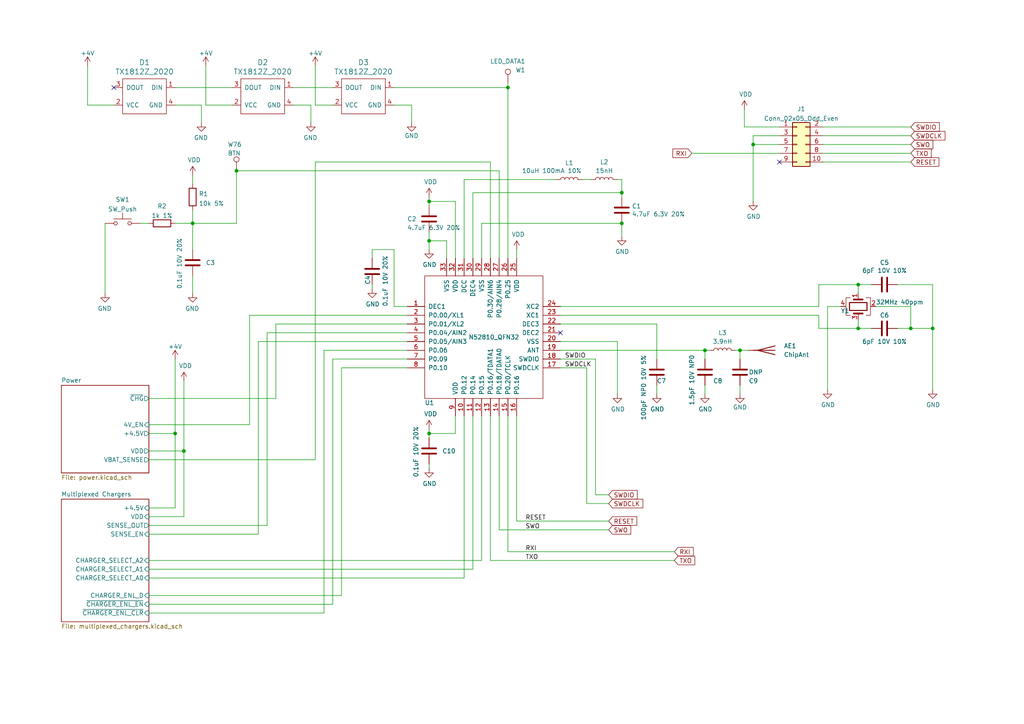
<source format=kicad_sch>
(kicad_sch (version 20211123) (generator eeschema)
  (paper "A4")
  (lib_symbols
    (symbol "Connector_Generic:Conn_02x05_Odd_Even" (pin_names (offset 1.016) hide)
      (property "Reference" "J" (at 1.27 7.62 0))
      (property "Value" "Conn_02x05_Odd_Even" (at 1.27 -7.62 0))
      (symbol "Conn_02x05_Odd_Even_1_1"
        (rectangle (start -1.27 -4.953) (end 0 -5.207) (stroke (width 0.1524)))
        (rectangle (start -1.27 -2.413) (end 0 -2.667) (stroke (width 0.1524)))
        (rectangle (start -1.27 0.127) (end 0 -0.127) (stroke (width 0.1524)))
        (rectangle (start -1.27 2.667) (end 0 2.413) (stroke (width 0.1524)))
        (rectangle (start -1.27 5.207) (end 0 4.953) (stroke (width 0.1524)))
        (rectangle (start -1.27 6.35) (end 3.81 -6.35) (stroke (width 0.254)) (fill (type background)))
        (rectangle (start 3.81 -4.953) (end 2.54 -5.207) (stroke (width 0.1524)))
        (rectangle (start 3.81 -2.413) (end 2.54 -2.667) (stroke (width 0.1524)))
        (rectangle (start 3.81 0.127) (end 2.54 -0.127) (stroke (width 0.1524)))
        (rectangle (start 3.81 2.667) (end 2.54 2.413) (stroke (width 0.1524)))
        (rectangle (start 3.81 5.207) (end 2.54 4.953) (stroke (width 0.1524)))
        (pin passive line (at -5.08 5.08 0) (length 3.81) (name "Pin_1") (number "1"))
        (pin passive line (at 7.62 -5.08 180) (length 3.81) (name "Pin_10") (number "10"))
        (pin passive line (at 7.62 5.08 180) (length 3.81) (name "Pin_2") (number "2"))
        (pin passive line (at -5.08 2.54 0) (length 3.81) (name "Pin_3") (number "3"))
        (pin passive line (at 7.62 2.54 180) (length 3.81) (name "Pin_4") (number "4"))
        (pin passive line (at -5.08 0 0) (length 3.81) (name "Pin_5") (number "5"))
        (pin passive line (at 7.62 0 180) (length 3.81) (name "Pin_6") (number "6"))
        (pin passive line (at -5.08 -2.54 0) (length 3.81) (name "Pin_7") (number "7"))
        (pin passive line (at 7.62 -2.54 180) (length 3.81) (name "Pin_8") (number "8"))
        (pin passive line (at -5.08 -5.08 0) (length 3.81) (name "Pin_9") (number "9"))
      )
    )
    (symbol "Device:Antenna" (pin_numbers hide) (pin_names (offset 1.016) hide)
      (property "Reference" "AE" (at -1.905 1.905 0))
      (property "Value" "Antenna" (at -1.905 0 0))
      (symbol "Antenna_0_1"
        (polyline (pts (xy 0 2.54) (xy 0 -3.81)) (stroke (width 0.254)))
        (polyline (pts (xy 1.27 2.54) (xy 0 -2.54) (xy -1.27 2.54)) (stroke (width 0.254)))
      )
      (symbol "Antenna_1_1"
        (pin input line (at 0 -5.08 90) (length 2.54) (name "A") (number "1"))
      )
    )
    (symbol "Device:C" (pin_numbers hide) (pin_names (offset 0.254))
      (property "Reference" "C" (at 0.635 2.54 0))
      (property "Value" "C" (at 0.635 -2.54 0))
      (symbol "C_0_1"
        (polyline (pts (xy -2.032 -0.762) (xy 2.032 -0.762)) (stroke (width 0.508)))
        (polyline (pts (xy -2.032 0.762) (xy 2.032 0.762)) (stroke (width 0.508)))
      )
      (symbol "C_1_1"
        (pin passive line (at 0 3.81 270) (length 2.794) (name "~") (number "1"))
        (pin passive line (at 0 -3.81 90) (length 2.794) (name "~") (number "2"))
      )
    )
    (symbol "Device:Crystal_GND24" (pin_names (offset 1.016) hide)
      (property "Reference" "Y" (at 3.175 5.08 0))
      (property "Value" "Crystal_GND24" (at 3.175 3.175 0))
      (symbol "Crystal_GND24_0_1"
        (rectangle (start -1.143 2.54) (end 1.143 -2.54) (stroke (width 0.3048)))
        (polyline (pts (xy -2.54 0) (xy -2.032 0)))
        (polyline (pts (xy -2.032 -1.27) (xy -2.032 1.27)) (stroke (width 0.508)))
        (polyline (pts (xy 0 -3.81) (xy 0 -3.556)))
        (polyline (pts (xy 0 3.556) (xy 0 3.81)))
        (polyline (pts (xy 2.032 -1.27) (xy 2.032 1.27)) (stroke (width 0.508)))
        (polyline (pts (xy 2.032 0) (xy 2.54 0)))
        (polyline (pts (xy -2.54 -2.286) (xy -2.54 -3.556) (xy 2.54 -3.556) (xy 2.54 -2.286)))
        (polyline (pts (xy -2.54 2.286) (xy -2.54 3.556) (xy 2.54 3.556) (xy 2.54 2.286)))
      )
      (symbol "Crystal_GND24_1_1"
        (pin passive line (at -3.81 0 0) (length 1.27) (name "1") (number "1"))
        (pin passive line (at 0 5.08 270) (length 1.27) (name "2") (number "2"))
        (pin passive line (at 3.81 0 180) (length 1.27) (name "3") (number "3"))
        (pin passive line (at 0 -5.08 90) (length 1.27) (name "4") (number "4"))
      )
    )
    (symbol "Device:L" (pin_numbers hide) (pin_names (offset 1.016) hide)
      (property "Reference" "L" (at -1.27 0 90))
      (property "Value" "L" (at 1.905 0 90))
      (symbol "L_0_1"
        (arc (start 0 -2.54) (mid 0.635 -1.905) (end 0 -1.27))
        (arc (start 0 -1.27) (mid 0.635 -0.635) (end 0 0))
        (arc (start 0 0) (mid 0.635 0.635) (end 0 1.27))
        (arc (start 0 1.27) (mid 0.635 1.905) (end 0 2.54))
      )
      (symbol "L_1_1"
        (pin passive line (at 0 3.81 270) (length 1.27) (name "1") (number "1"))
        (pin passive line (at 0 -3.81 90) (length 1.27) (name "2") (number "2"))
      )
    )
    (symbol "Device:R" (pin_numbers hide) (pin_names (offset 0))
      (property "Reference" "R" (at 2.032 0 90))
      (property "Value" "R" (at 0 0 90))
      (symbol "R_0_1"
        (rectangle (start -1.016 -2.54) (end 1.016 2.54) (stroke (width 0.254)))
      )
      (symbol "R_1_1"
        (pin passive line (at 0 3.81 270) (length 1.27) (name "~") (number "1"))
        (pin passive line (at 0 -3.81 90) (length 1.27) (name "~") (number "2"))
      )
    )
    (symbol "Pixels-dice:N52810_QFN32" (pin_names (offset 1.016))
      (property "Reference" "U" (at 13.97 -19.05 0))
      (property "Value" "N52810_QFN32" (at 2.54 0 0))
      (symbol "N52810_QFN32_0_1"
        (rectangle (start -17.78 17.78) (end 16.51 -17.78))
      )
      (symbol "N52810_QFN32_1_1"
        (pin power_out line (at -22.86 8.89 0) (length 5.08) (name "DEC1") (number "1"))
        (pin bidirectional line (at -6.35 -22.86 90) (length 5.08) (name "P0.12") (number "10"))
        (pin bidirectional line (at -3.81 -22.86 90) (length 5.08) (name "P0.14") (number "11"))
        (pin bidirectional line (at -1.27 -22.86 90) (length 5.08) (name "P0.15") (number "12"))
        (pin bidirectional line (at 1.27 -22.86 90) (length 5.08) (name "P0.16/TDATA1") (number "13"))
        (pin bidirectional line (at 3.81 -22.86 90) (length 5.08) (name "P0.18/TDATA0") (number "14"))
        (pin bidirectional line (at 6.35 -22.86 90) (length 5.08) (name "P0.20/TCLK") (number "15"))
        (pin bidirectional line (at 8.89 -22.86 90) (length 5.08) (name "P0.16") (number "16"))
        (pin bidirectional line (at 21.59 -8.89 180) (length 5.08) (name "SWDCLK") (number "17"))
        (pin bidirectional line (at 21.59 -6.35 180) (length 5.08) (name "SWDIO") (number "18"))
        (pin output line (at 21.59 -3.81 180) (length 5.08) (name "ANT") (number "19"))
        (pin bidirectional line (at -22.86 6.35 0) (length 5.08) (name "P0.00/XL1") (number "2"))
        (pin output line (at 21.59 -1.27 180) (length 5.08) (name "VSS") (number "20"))
        (pin output line (at 21.59 1.27 180) (length 5.08) (name "DEC2") (number "21"))
        (pin output line (at 21.59 3.81 180) (length 5.08) (name "DEC3") (number "22"))
        (pin output line (at 21.59 6.35 180) (length 5.08) (name "XC1") (number "23"))
        (pin input line (at 21.59 8.89 180) (length 5.08) (name "XC2") (number "24"))
        (pin power_in line (at 8.89 22.86 270) (length 5.08) (name "VDD") (number "25"))
        (pin bidirectional line (at 6.35 22.86 270) (length 5.08) (name "P0.25") (number "26"))
        (pin bidirectional line (at 3.81 22.86 270) (length 5.08) (name "P0.28/AIN4") (number "27"))
        (pin bidirectional line (at 1.27 22.86 270) (length 5.08) (name "P0.30/AIN6") (number "28"))
        (pin power_in line (at -1.27 22.86 270) (length 5.08) (name "VSS") (number "29"))
        (pin bidirectional line (at -22.86 3.81 0) (length 5.08) (name "P0.01/XL2") (number "3"))
        (pin output line (at -3.81 22.86 270) (length 5.08) (name "DEC4") (number "30"))
        (pin output line (at -6.35 22.86 270) (length 5.08) (name "DCC") (number "31"))
        (pin power_in line (at -8.89 22.86 270) (length 5.08) (name "VDD") (number "32"))
        (pin power_in line (at -11.43 22.86 270) (length 5.08) (name "VSS") (number "33"))
        (pin bidirectional line (at -22.86 1.27 0) (length 5.08) (name "P0.04/AIN2") (number "4"))
        (pin bidirectional line (at -22.86 -1.27 0) (length 5.08) (name "P0.05/AIN3") (number "5"))
        (pin bidirectional line (at -22.86 -3.81 0) (length 5.08) (name "P0.06") (number "6"))
        (pin bidirectional line (at -22.86 -6.35 0) (length 5.08) (name "P0.09") (number "7"))
        (pin bidirectional line (at -22.86 -8.89 0) (length 5.08) (name "P0.10") (number "8"))
        (pin power_in line (at -8.89 -22.86 90) (length 5.08) (name "VDD") (number "9"))
      )
    )
    (symbol "Pixels-dice:TEST_1P-conn" (pin_numbers hide) (pin_names (offset 0.762) hide)
      (property "Reference" "W" (at 0 6.858 0))
      (property "Value" "TEST_1P-conn" (at 0 5.08 0))
      (symbol "TEST_1P-conn_0_1"
        (circle (center 0 3.302) (radius 0.762))
      )
      (symbol "TEST_1P-conn_1_1"
        (pin passive line (at 0 0 90) (length 2.54) (name "1") (number "1"))
      )
    )
    (symbol "Pixels-dice:TX1812Z_2020" (pin_names (offset 1.016))
      (property "Reference" "D" (at 0 -6.35 0))
      (property "Value" "TX1812Z_2020" (at 0 6.35 0))
      (symbol "TX1812Z_2020_0_1"
        (rectangle (start -6.35 5.08) (end 6.35 -5.08))
      )
      (symbol "TX1812Z_2020_1_1"
        (pin input line (at -8.89 2.54 0) (length 2.54) (name "DIN") (number "1"))
        (pin power_in line (at 8.89 -2.54 180) (length 2.54) (name "VCC") (number "2"))
        (pin output line (at 8.89 2.54 180) (length 2.54) (name "DOUT") (number "3"))
        (pin power_in line (at -8.89 -2.54 0) (length 2.54) (name "GND") (number "4"))
      )
    )
    (symbol "Switch:SW_Push" (pin_numbers hide) (pin_names (offset 1.016) hide)
      (property "Reference" "SW" (at 1.27 2.54 0))
      (property "Value" "SW_Push" (at 0 -1.524 0))
      (symbol "SW_Push_0_1"
        (circle (center -2.032 0) (radius 0.508))
        (polyline (pts (xy 0 1.27) (xy 0 3.048)))
        (polyline (pts (xy 2.54 1.27) (xy -2.54 1.27)))
        (circle (center 2.032 0) (radius 0.508))
        (pin passive line (at -5.08 0 0) (length 2.54) (name "1") (number "1"))
        (pin passive line (at 5.08 0 180) (length 2.54) (name "2") (number "2"))
      )
    )
    (symbol "power:+4V" (power) (pin_names (offset 0))
      (property "Value" "+4V" (at 0 3.556 0))
      (symbol "+4V_0_1"
        (polyline (pts (xy -0.762 1.27) (xy 0 2.54)))
        (polyline (pts (xy 0 0) (xy 0 2.54)))
        (polyline (pts (xy 0 2.54) (xy 0.762 1.27)))
      )
      (symbol "+4V_1_1"
        (pin power_in line (at 0 0 90) (length 0) hide (name "+4V") (number "1"))
      )
    )
    (symbol "power:GND" (power) (pin_names (offset 0))
      (property "Value" "GND" (at 0 -3.81 0))
      (symbol "GND_0_1"
        (polyline (pts (xy 0 0) (xy 0 -1.27) (xy 1.27 -1.27) (xy 0 -2.54) (xy -1.27 -1.27) (xy 0 -1.27)))
      )
      (symbol "GND_1_1"
        (pin power_in line (at 0 0 270) (length 0) hide (name "GND") (number "1"))
      )
    )
    (symbol "power:VDD" (power) (pin_names (offset 0))
      (property "Value" "VDD" (at 0 3.81 0))
      (symbol "VDD_0_1"
        (polyline (pts (xy -0.762 1.27) (xy 0 2.54)))
        (polyline (pts (xy 0 0) (xy 0 2.54)))
        (polyline (pts (xy 0 2.54) (xy 0.762 1.27)))
      )
      (symbol "VDD_1_1"
        (pin power_in line (at 0 0 90) (length 0) hide (name "VDD") (number "1"))
      )
    )
  )
  (junction (at 53.34 130.81))
  (junction (at 68.58 49.53))
  (junction (at 124.46 125.73))
  (junction (at 248.92 95.25))
  (junction (at 248.92 82.55))
  (junction (at 55.88 64.77))
  (junction (at 214.63 101.6))
  (junction (at 124.46 69.85))
  (junction (at 147.32 25.4))
  (junction (at 270.51 95.25))
  (junction (at 264.16 95.25))
  (junction (at 180.34 64.77))
  (junction (at 124.46 58.42))
  (junction (at 218.44 41.91))
  (junction (at 50.8 125.73))
  (junction (at 204.47 101.6))
  (junction (at 180.34 55.88))
  (no_connect (at 162.56 96.52))
  (no_connect (at 226.06 46.99))
  (no_connect (at 33.02 25.4))
  (wire (pts (xy 74.93 99.06) (xy 118.11 99.06)))
  (wire (pts (xy 55.88 50.8) (xy 55.88 53.34)))
  (wire (pts (xy 180.34 64.77) (xy 180.34 68.58)))
  (wire (pts (xy 162.56 101.6) (xy 204.47 101.6)))
  (wire (pts (xy 67.31 30.48) (xy 59.69 30.48)))
  (wire (pts (xy 43.18 154.94) (xy 74.93 154.94)))
  (wire (pts (xy 180.34 52.07) (xy 180.34 55.88)))
  (wire (pts (xy 114.3 25.4) (xy 147.32 25.4)))
  (wire (pts (xy 58.42 30.48) (xy 58.42 35.56)))
  (wire (pts (xy 147.32 120.65) (xy 147.32 160.02)))
  (wire (pts (xy 226.06 44.45) (xy 200.66 44.45)))
  (wire (pts (xy 43.18 123.19) (xy 72.39 123.19)))
  (wire (pts (xy 248.92 95.25) (xy 252.73 95.25)))
  (wire (pts (xy 170.18 106.68) (xy 170.18 146.05)))
  (wire (pts (xy 96.52 104.14) (xy 118.11 104.14)))
  (wire (pts (xy 162.56 88.9) (xy 237.49 88.9)))
  (wire (pts (xy 68.58 64.77) (xy 68.58 49.53)))
  (wire (pts (xy 264.16 88.9) (xy 264.16 95.25)))
  (wire (pts (xy 99.06 172.72) (xy 99.06 106.68)))
  (wire (pts (xy 134.62 52.07) (xy 161.29 52.07)))
  (wire (pts (xy 72.39 123.19) (xy 72.39 91.44)))
  (wire (pts (xy 162.56 99.06) (xy 179.07 99.06)))
  (wire (pts (xy 91.44 46.99) (xy 142.24 46.99)))
  (wire (pts (xy 67.31 25.4) (xy 50.8 25.4)))
  (wire (pts (xy 55.88 64.77) (xy 68.58 64.77)))
  (wire (pts (xy 238.76 44.45) (xy 264.16 44.45)))
  (wire (pts (xy 172.72 143.51) (xy 176.53 143.51)))
  (wire (pts (xy 139.7 64.77) (xy 180.34 64.77)))
  (wire (pts (xy 53.34 110.49) (xy 53.34 130.81)))
  (wire (pts (xy 147.32 24.13) (xy 147.32 25.4)))
  (wire (pts (xy 179.07 52.07) (xy 180.34 52.07)))
  (wire (pts (xy 134.62 120.65) (xy 134.62 167.64)))
  (wire (pts (xy 53.34 130.81) (xy 43.18 130.81)))
  (wire (pts (xy 142.24 120.65) (xy 142.24 162.56)))
  (wire (pts (xy 43.18 162.56) (xy 139.7 162.56)))
  (wire (pts (xy 162.56 106.68) (xy 170.18 106.68)))
  (wire (pts (xy 139.7 64.77) (xy 139.7 74.93)))
  (wire (pts (xy 213.36 101.6) (xy 214.63 101.6)))
  (wire (pts (xy 137.16 120.65) (xy 137.16 165.1)))
  (wire (pts (xy 237.49 82.55) (xy 248.92 82.55)))
  (wire (pts (xy 50.8 147.32) (xy 50.8 125.73)))
  (wire (pts (xy 237.49 88.9) (xy 237.49 82.55)))
  (wire (pts (xy 59.69 19.05) (xy 59.69 30.48)))
  (wire (pts (xy 137.16 55.88) (xy 137.16 74.93)))
  (wire (pts (xy 190.5 111.76) (xy 190.5 114.3)))
  (wire (pts (xy 190.5 93.98) (xy 162.56 93.98)))
  (wire (pts (xy 68.58 49.53) (xy 144.78 49.53)))
  (wire (pts (xy 93.98 101.6) (xy 118.11 101.6)))
  (wire (pts (xy 43.18 152.4) (xy 77.47 152.4)))
  (wire (pts (xy 218.44 39.37) (xy 218.44 41.91)))
  (wire (pts (xy 91.44 133.35) (xy 91.44 46.99)))
  (wire (pts (xy 55.88 60.96) (xy 55.88 64.77)))
  (wire (pts (xy 218.44 41.91) (xy 218.44 58.42)))
  (wire (pts (xy 53.34 130.81) (xy 53.34 149.86)))
  (wire (pts (xy 124.46 67.31) (xy 124.46 69.85)))
  (wire (pts (xy 180.34 55.88) (xy 137.16 55.88)))
  (wire (pts (xy 132.08 120.65) (xy 132.08 125.73)))
  (wire (pts (xy 144.78 120.65) (xy 144.78 153.67)))
  (wire (pts (xy 168.91 52.07) (xy 171.45 52.07)))
  (wire (pts (xy 74.93 154.94) (xy 74.93 99.06)))
  (wire (pts (xy 134.62 74.93) (xy 134.62 52.07)))
  (wire (pts (xy 254 88.9) (xy 264.16 88.9)))
  (wire (pts (xy 107.95 82.55) (xy 107.95 83.82)))
  (wire (pts (xy 50.8 125.73) (xy 43.18 125.73)))
  (wire (pts (xy 114.3 72.39) (xy 107.95 72.39)))
  (wire (pts (xy 204.47 111.76) (xy 204.47 114.3)))
  (wire (pts (xy 124.46 125.73) (xy 124.46 127)))
  (wire (pts (xy 93.98 101.6) (xy 93.98 177.8)))
  (wire (pts (xy 80.01 93.98) (xy 80.01 115.57)))
  (wire (pts (xy 204.47 104.14) (xy 204.47 101.6)))
  (wire (pts (xy 260.35 82.55) (xy 270.51 82.55)))
  (wire (pts (xy 149.86 120.65) (xy 149.86 151.13)))
  (wire (pts (xy 238.76 46.99) (xy 264.16 46.99)))
  (wire (pts (xy 237.49 95.25) (xy 248.92 95.25)))
  (wire (pts (xy 124.46 69.85) (xy 124.46 72.39)))
  (wire (pts (xy 147.32 160.02) (xy 195.58 160.02)))
  (wire (pts (xy 162.56 104.14) (xy 172.72 104.14)))
  (wire (pts (xy 226.06 36.83) (xy 215.9 36.83)))
  (wire (pts (xy 58.42 30.48) (xy 50.8 30.48)))
  (wire (pts (xy 142.24 162.56) (xy 195.58 162.56)))
  (wire (pts (xy 214.63 101.6) (xy 217.17 101.6)))
  (wire (pts (xy 214.63 111.76) (xy 214.63 114.3)))
  (wire (pts (xy 72.39 91.44) (xy 118.11 91.44)))
  (wire (pts (xy 264.16 95.25) (xy 270.51 95.25)))
  (wire (pts (xy 144.78 49.53) (xy 144.78 74.93)))
  (wire (pts (xy 77.47 152.4) (xy 77.47 96.52)))
  (wire (pts (xy 124.46 58.42) (xy 124.46 59.69)))
  (wire (pts (xy 43.18 175.26) (xy 96.52 175.26)))
  (wire (pts (xy 118.11 88.9) (xy 114.3 88.9)))
  (wire (pts (xy 124.46 134.62) (xy 124.46 135.89)))
  (wire (pts (xy 226.06 39.37) (xy 218.44 39.37)))
  (wire (pts (xy 260.35 95.25) (xy 264.16 95.25)))
  (wire (pts (xy 139.7 120.65) (xy 139.7 162.56)))
  (wire (pts (xy 107.95 72.39) (xy 107.95 74.93)))
  (wire (pts (xy 147.32 25.4) (xy 147.32 74.93)))
  (wire (pts (xy 149.86 72.39) (xy 149.86 74.93)))
  (wire (pts (xy 91.44 19.05) (xy 91.44 30.48)))
  (wire (pts (xy 124.46 58.42) (xy 124.46 57.15)))
  (wire (pts (xy 43.18 167.64) (xy 134.62 167.64)))
  (wire (pts (xy 243.84 88.9) (xy 240.03 88.9)))
  (wire (pts (xy 50.8 104.14) (xy 50.8 125.73)))
  (wire (pts (xy 218.44 41.91) (xy 226.06 41.91)))
  (wire (pts (xy 176.53 151.13) (xy 149.86 151.13)))
  (wire (pts (xy 55.88 64.77) (xy 55.88 72.39)))
  (wire (pts (xy 240.03 88.9) (xy 240.03 113.03)))
  (wire (pts (xy 43.18 147.32) (xy 50.8 147.32)))
  (wire (pts (xy 162.56 91.44) (xy 237.49 91.44)))
  (wire (pts (xy 96.52 25.4) (xy 85.09 25.4)))
  (wire (pts (xy 33.02 30.48) (xy 25.4 30.48)))
  (wire (pts (xy 55.88 80.01) (xy 55.88 85.09)))
  (wire (pts (xy 80.01 93.98) (xy 118.11 93.98)))
  (wire (pts (xy 43.18 172.72) (xy 99.06 172.72)))
  (wire (pts (xy 248.92 85.09) (xy 248.92 82.55)))
  (wire (pts (xy 270.51 82.55) (xy 270.51 95.25)))
  (wire (pts (xy 176.53 153.67) (xy 144.78 153.67)))
  (wire (pts (xy 124.46 125.73) (xy 124.46 124.46)))
  (wire (pts (xy 270.51 95.25) (xy 270.51 113.03)))
  (wire (pts (xy 190.5 93.98) (xy 190.5 104.14)))
  (wire (pts (xy 50.8 64.77) (xy 55.88 64.77)))
  (wire (pts (xy 215.9 36.83) (xy 215.9 31.75)))
  (wire (pts (xy 96.52 104.14) (xy 96.52 175.26)))
  (wire (pts (xy 132.08 74.93) (xy 132.08 58.42)))
  (wire (pts (xy 30.48 64.77) (xy 30.48 85.09)))
  (wire (pts (xy 129.54 69.85) (xy 124.46 69.85)))
  (wire (pts (xy 119.38 30.48) (xy 114.3 30.48)))
  (wire (pts (xy 142.24 46.99) (xy 142.24 74.93)))
  (wire (pts (xy 96.52 30.48) (xy 91.44 30.48)))
  (wire (pts (xy 90.17 30.48) (xy 85.09 30.48)))
  (wire (pts (xy 99.06 106.68) (xy 118.11 106.68)))
  (wire (pts (xy 25.4 19.05) (xy 25.4 30.48)))
  (wire (pts (xy 119.38 30.48) (xy 119.38 35.56)))
  (wire (pts (xy 43.18 115.57) (xy 80.01 115.57)))
  (wire (pts (xy 248.92 82.55) (xy 252.73 82.55)))
  (wire (pts (xy 238.76 41.91) (xy 264.16 41.91)))
  (wire (pts (xy 204.47 101.6) (xy 205.74 101.6)))
  (wire (pts (xy 132.08 58.42) (xy 124.46 58.42)))
  (wire (pts (xy 180.34 55.88) (xy 180.34 57.15)))
  (wire (pts (xy 114.3 88.9) (xy 114.3 72.39)))
  (wire (pts (xy 170.18 146.05) (xy 176.53 146.05)))
  (wire (pts (xy 53.34 149.86) (xy 43.18 149.86)))
  (wire (pts (xy 40.64 64.77) (xy 43.18 64.77)))
  (wire (pts (xy 77.47 96.52) (xy 118.11 96.52)))
  (wire (pts (xy 172.72 104.14) (xy 172.72 143.51)))
  (wire (pts (xy 214.63 101.6) (xy 214.63 104.14)))
  (wire (pts (xy 237.49 91.44) (xy 237.49 95.25)))
  (wire (pts (xy 238.76 39.37) (xy 264.16 39.37)))
  (wire (pts (xy 238.76 36.83) (xy 264.16 36.83)))
  (wire (pts (xy 179.07 114.3) (xy 179.07 99.06)))
  (wire (pts (xy 248.92 92.71) (xy 248.92 95.25)))
  (wire (pts (xy 93.98 177.8) (xy 43.18 177.8)))
  (wire (pts (xy 132.08 125.73) (xy 124.46 125.73)))
  (wire (pts (xy 129.54 74.93) (xy 129.54 69.85)))
  (wire (pts (xy 43.18 165.1) (xy 137.16 165.1)))
  (wire (pts (xy 90.17 35.56) (xy 90.17 30.48)))
  (wire (pts (xy 43.18 133.35) (xy 91.44 133.35)))
  (label "TXO" (at 152.4 162.56 0))
  (label "RESET" (at 152.4 151.13 0))
  (label "SWO" (at 152.4 153.67 0))
  (label "SWDCLK" (at 163.83 106.68 0))
  (label "SWDIO" (at 163.83 104.14 0))
  (label "RXI" (at 152.4 160.02 0))
  (global_label "RESET" (shape input) (at 264.16 46.99 0) (property "Intersheet References" "${INTERSHEET_REFS}" (effects hide)))
  (global_label "SWDCLK" (shape input) (at 264.16 39.37 0) (property "Intersheet References" "${INTERSHEET_REFS}" (effects hide)))
  (global_label "TXO" (shape input) (at 264.16 44.45 0) (property "Intersheet References" "${INTERSHEET_REFS}" (effects hide)))
  (global_label "SWO" (shape input) (at 176.53 153.67 0) (property "Intersheet References" "${INTERSHEET_REFS}" (effects hide)))
  (global_label "SWDIO" (shape input) (at 176.53 143.51 0) (property "Intersheet References" "${INTERSHEET_REFS}" (effects hide)))
  (global_label "TXO" (shape input) (at 195.58 162.56 0) (property "Intersheet References" "${INTERSHEET_REFS}" (effects hide)))
  (global_label "RXI" (shape input) (at 195.58 160.02 0) (property "Intersheet References" "${INTERSHEET_REFS}" (effects hide)))
  (global_label "RXI" (shape input) (at 200.66 44.45 180) (property "Intersheet References" "${INTERSHEET_REFS}" (effects hide)))
  (global_label "RESET" (shape input) (at 176.53 151.13 0) (property "Intersheet References" "${INTERSHEET_REFS}" (effects hide)))
  (global_label "SWDIO" (shape input) (at 264.16 36.83 0) (property "Intersheet References" "${INTERSHEET_REFS}" (effects hide)))
  (global_label "SWO" (shape input) (at 264.16 41.91 0) (property "Intersheet References" "${INTERSHEET_REFS}" (effects hide)))
  (global_label "SWDCLK" (shape input) (at 176.53 146.05 0) (property "Intersheet References" "${INTERSHEET_REFS}" (effects hide)))
  (symbol (lib_id "power:VDD") (at 215.9 31.75 0) (unit 1)
    (property "Reference" "#PWR04" (effects hide))
    (property "Value" "VDD" (at 216.281 27.3558 0))
  )
  (symbol (lib_id "power:GND") (at 30.48 85.09 0) (mirror y) (unit 1)
    (property "Reference" "#PWR015" (effects hide))
    (property "Value" "GND" (at 30.353 89.4842 0))
  )
  (symbol (lib_id "Device:C") (at 214.63 107.95 0) (unit 1)
    (property "Reference" "C9" (at 217.17 110.49 0) (effects (justify left)))
    (property "Value" "DNP" (at 217.17 107.95 0) (effects (justify left)))
    (property "Footprint" "Capacitor_SMD:C_0402_1005Metric" (effects hide))
    (property "Generic OK" "YES" (effects hide))
  )
  (symbol (lib_id "Device:C") (at 124.46 130.81 0) (unit 1)
    (property "Reference" "C10" (at 128.27 130.81 0) (effects (justify left)))
    (property "Value" "0.1uF 10V 20%" (at 120.65 138.43 90) (effects (justify left)))
    (property "Footprint" "Capacitor_SMD:C_0402_1005Metric" (effects hide))
    (property "Generic OK" "YES" (effects hide))
    (property "Manufacturer" "Murata" (effects hide))
    (property "Manufacturer Part Number" "GRM155R71E104KE14J" (effects hide))
    (property "LCSC Part Number" "C2168305" (effects hide))
  )
  (symbol (lib_id "power:GND") (at 240.03 113.03 0) (unit 1)
    (property "Reference" "#PWR019" (effects hide))
    (property "Value" "GND" (at 240.157 117.4242 0))
  )
  (symbol (lib_id "Device:R") (at 55.88 57.15 180) (unit 1)
    (property "Reference" "R1" (at 57.658 56.2415 0) (effects (justify right)))
    (property "Value" "10k 5%" (at 57.658 59.0166 0) (effects (justify right)))
    (property "Footprint" "Resistor_SMD:R_0402_1005Metric" (effects hide))
    (property "LCSC Part Number" "C25744" (effects hide))
    (property "Manufacturer" "UNI-ROYAL(Uniroyal Elec)" (effects hide))
    (property "Manufacturer Part Number" "0402WGF1002TCE" (effects hide))
  )
  (symbol (lib_id "Device:Crystal_GND24") (at 248.92 88.9 270) (unit 1)
    (property "Reference" "Y1" (at 243.84 90.17 90) (effects (justify left)))
    (property "Value" "32MHz 40ppm" (at 254 87.63 90) (effects (justify left)))
    (property "Footprint" "Pixels-dice:Crystal_SMD_2016-4Pin_2.0x1.6mm" (effects hide))
    (property "Generic OK" "YES" (effects hide))
    (property "Manufacturer" "Murata" (effects hide))
    (property "Manufacturer Part Number" "XRCGB32M000F2P00R0" (effects hide))
    (property "Pixels Part Number" "SMD-Y001" (effects hide))
    (property "LCSC Part Number" "C527602" (effects hide))
  )
  (symbol (lib_id "Device:C") (at 256.54 82.55 270) (unit 1)
    (property "Reference" "C5" (at 256.54 76.1492 90))
    (property "Value" "6pF 10V 10%" (at 256.54 78.4606 90))
    (property "Footprint" "Capacitor_SMD:C_0402_1005Metric" (effects hide))
    (property "Generic OK" "YES" (effects hide))
    (property "Pixels Part Number" "SMD-C001" (effects hide))
    (property "Manufacturer" "Murata" (effects hide))
    (property "Manufacturer Part Number" "GCM1555C1H6R0DA16D" (effects hide))
    (property "LCSC Part Number" "C437444" (effects hide))
  )
  (symbol (lib_id "power:VDD") (at 124.46 124.46 0) (unit 1)
    (property "Reference" "#PWR025" (effects hide))
    (property "Value" "VDD" (at 124.8918 120.0658 0))
  )
  (symbol (lib_id "power:GND") (at 90.17 35.56 0) (mirror y) (unit 1)
    (property "Reference" "#PWR06" (effects hide))
    (property "Value" "GND" (at 90.043 39.9542 0))
  )
  (symbol (lib_id "power:GND") (at 124.46 72.39 0) (unit 1)
    (property "Reference" "#PWR012" (effects hide))
    (property "Value" "GND" (at 124.587 76.7842 0))
  )
  (symbol (lib_id "power:GND") (at 218.44 58.42 0) (unit 1)
    (property "Reference" "#PWR0101" (effects hide))
    (property "Value" "GND" (at 218.567 62.8142 0))
  )
  (symbol (lib_id "power:VDD") (at 124.46 57.15 0) (unit 1)
    (property "Reference" "#PWR09" (effects hide))
    (property "Value" "VDD" (at 124.8918 52.7558 0))
  )
  (symbol (lib_id "power:VDD") (at 55.88 50.8 0) (unit 1)
    (property "Reference" "#PWR08" (effects hide))
    (property "Value" "VDD" (at 56.3118 46.4058 0))
  )
  (symbol (lib_id "Device:L") (at 209.55 101.6 90) (unit 1)
    (property "Reference" "L3" (at 209.55 96.52 90))
    (property "Value" "3.9nH" (at 209.55 99.06 90))
    (property "Footprint" "Inductor_SMD:L_0402_1005Metric" (effects hide))
    (property "Generic OK" "YES" (effects hide))
    (property "Manufacturer" "Taiyo Yuden" (effects hide))
    (property "Manufacturer Part Number" "HK10053N9S-T" (effects hide))
    (property "LCSC Part Number" "C87180" (effects hide))
  )
  (symbol (lib_id "power:GND") (at 214.63 114.3 0) (unit 1)
    (property "Reference" "#PWR024" (effects hide))
    (property "Value" "GND" (at 214.63 118.11 0))
  )
  (symbol (lib_id "Pixels-dice:TX1812Z_2020") (at 105.41 27.94 0) (mirror y) (unit 1)
    (property "Reference" "D3" (at 105.41 18.1102 0) (effects (font (size 1.524 1.524))))
    (property "Value" "TX1812Z_2020" (at 105.41 20.8026 0) (effects (font (size 1.524 1.524))))
    (property "Footprint" "Pixels-dice:TX1812Z_2020" (effects hide))
    (property "Manufacturer" "TCWIN" (effects hide))
    (property "Manufacturer Part Number" "TC2020RGB-3CJH-TX1812Z5" (effects hide))
    (property "Pixels Part Number" "SMD-D002-ALT2" (effects hide))
    (property "Generic OK" "NO" (effects hide))
    (property "LCSC Part Number" "C784564" (effects hide))
  )
  (symbol (lib_id "Device:Antenna") (at 222.25 101.6 270) (unit 1)
    (property "Reference" "AE1" (at 227.33 100.33 90) (effects (justify left)))
    (property "Value" "ChipAnt" (at 227.33 102.87 90) (effects (justify left)))
    (property "Footprint" "Pixels-dice:CHIP_ANT" (effects hide))
    (property "Manufacturer" "Abracon" (effects hide))
    (property "Manufacturer Part Number" "AMCA31-2R450G-S1F-T3" (effects hide))
  )
  (symbol (lib_id "Device:C") (at 124.46 63.5 0) (unit 1)
    (property "Reference" "C2" (at 118.11 63.5 0) (effects (justify left)))
    (property "Value" "4.7uF 6.3V 20%" (at 118.11 66.04 0) (effects (justify left)))
    (property "Footprint" "Capacitor_SMD:C_0603_1608Metric" (effects hide))
    (property "Generic OK" "YES" (effects hide))
    (property "Pixels Part Number" "SMD-C002" (effects hide))
    (property "Manufacturer" "Murata" (effects hide))
    (property "Manufacturer Part Number" "GRM188R61A475KE15D" (effects hide))
    (property "LCSC Part Number" "C71633" (effects hide))
  )
  (symbol (lib_id "Pixels-dice:TEST_1P-conn") (at 68.58 49.53 0) (unit 1)
    (property "Reference" "W76" (at 66.04 41.91 0) (effects (justify left)))
    (property "Value" "BTN" (at 66.04 44.45 0) (effects (justify left)))
    (property "Footprint" "Pixels-dice:TestPoint_THTPad_1.5x1.5mm_Drill0.7mm" (effects hide))
  )
  (symbol (lib_id "Device:R") (at 46.99 64.77 90) (unit 1)
    (property "Reference" "R2" (at 46.99 59.7875 90))
    (property "Value" "1k 1%" (at 46.99 62.5626 90))
    (property "Footprint" "Resistor_SMD:R_0402_1005Metric" (effects hide))
    (property "LCSC Part Number" "C11702" (effects hide))
    (property "Manufacturer" "UNI-ROYAL(Uniroyal Elec)" (effects hide))
    (property "Manufacturer Part Number" "0402WGF1001TCE" (effects hide))
  )
  (symbol (lib_id "Device:C") (at 55.88 76.2 0) (unit 1)
    (property "Reference" "C3" (at 59.69 76.2 0) (effects (justify left)))
    (property "Value" "0.1uF 10V 20%" (at 52.07 83.82 90) (effects (justify left)))
    (property "Footprint" "Capacitor_SMD:C_0402_1005Metric" (effects hide))
    (property "Generic OK" "YES" (effects hide))
    (property "Manufacturer" "Murata" (effects hide))
    (property "Manufacturer Part Number" "GRM155R71E104KE14J" (effects hide))
    (property "LCSC Part Number" "C2168305" (effects hide))
  )
  (symbol (lib_id "power:GND") (at 119.38 35.56 0) (mirror y) (unit 1)
    (property "Reference" "#PWR07" (effects hide))
    (property "Value" "GND" (at 119.38 39.37 0))
  )
  (symbol (lib_id "power:GND") (at 179.07 114.3 0) (unit 1)
    (property "Reference" "#PWR021" (effects hide))
    (property "Value" "GND" (at 179.197 118.6942 0))
  )
  (symbol (lib_id "Device:L") (at 175.26 52.07 90) (unit 1)
    (property "Reference" "L2" (at 175.26 46.99 90))
    (property "Value" "15nH" (at 175.26 49.53 90))
    (property "Footprint" "Inductor_SMD:L_0402_1005Metric" (effects hide))
    (property "Generic OK" "YES" (effects hide))
    (property "Manufacturer" "Taiyo Yuden" (effects hide))
    (property "Manufacturer Part Number" "HK100515NJ-T" (effects hide))
    (property "LCSC Part Number" "C87189" (effects hide))
  )
  (symbol (lib_id "power:GND") (at 190.5 114.3 0) (unit 1)
    (property "Reference" "#PWR022" (effects hide))
    (property "Value" "GND" (at 190.627 118.6942 0))
  )
  (symbol (lib_id "power:+4V") (at 59.69 19.05 0) (unit 1)
    (property "Reference" "#PWR02" (effects hide))
    (property "Value" "+4V" (at 59.69 15.4455 0))
  )
  (symbol (lib_id "power:VDD") (at 53.34 110.49 0) (unit 1)
    (property "Reference" "#PWR018" (effects hide))
    (property "Value" "VDD" (at 53.7718 106.0958 0))
  )
  (symbol (lib_id "Switch:SW_Push") (at 35.56 64.77 0) (mirror y) (unit 1)
    (property "Reference" "SW1" (at 35.56 57.8825 0))
    (property "Value" "SW_Push" (at 35.56 60.6576 0))
    (property "Footprint" "Pixels-dice:TSB001" (effects hide))
    (property "Manufacturer" "BZCN" (effects hide))
    (property "Manufacturer Part Number" "TSB001A3526A02" (effects hide))
    (property "LCSC Part Number" "C2888889" (effects hide))
  )
  (symbol (lib_id "power:GND") (at 58.42 35.56 0) (mirror y) (unit 1)
    (property "Reference" "#PWR05" (effects hide))
    (property "Value" "GND" (at 58.293 39.9542 0))
  )
  (symbol (lib_id "power:GND") (at 270.51 113.03 0) (unit 1)
    (property "Reference" "#PWR020" (effects hide))
    (property "Value" "GND" (at 270.637 117.4242 0))
  )
  (symbol (lib_id "Pixels-dice:N52810_QFN32") (at 140.97 97.79 0) (unit 1)
    (property "Reference" "U1" (at 123.19 116.84 0) (effects (justify left)))
    (property "Value" "N52810_QFN32" (at 135.89 97.79 0) (effects (justify left)))
    (property "Footprint" "Package_DFN_QFN:QFN-32-1EP_5x5mm_P0.5mm_EP3.1x3.1mm" (effects hide))
    (property "Generic OK" "NO" (effects hide))
    (property "Manufacturer" "Nordic Semiconductor" (effects hide))
    (property "Manufacturer Part Number" "NRF52810-QCAA-R" (effects hide))
    (property "Pixels Part Number" "SMD-U001" (effects hide))
  )
  (symbol (lib_id "Device:L") (at 165.1 52.07 90) (unit 1)
    (property "Reference" "L1" (at 165.1 47.244 90))
    (property "Value" "10uH 100mA 10%" (at 160.02 49.53 90))
    (property "Footprint" "Inductor_SMD:L_0805_2012Metric" (effects hide))
    (property "Generic OK" "YES" (effects hide))
    (property "Pixels Part Number" "SMD-L001" (effects hide))
    (property "Manufacturer" "Taiyo Yuden" (effects hide))
    (property "Manufacturer Part Number" "LBR2012T100K" (effects hide))
    (property "LCSC Part Number" "C223269" (effects hide))
  )
  (symbol (lib_id "power:GND") (at 55.88 85.09 0) (mirror y) (unit 1)
    (property "Reference" "#PWR016" (effects hide))
    (property "Value" "GND" (at 55.753 89.4842 0))
  )
  (symbol (lib_id "power:VDD") (at 149.86 72.39 0) (unit 1)
    (property "Reference" "#PWR013" (effects hide))
    (property "Value" "VDD" (at 150.2918 67.9958 0))
  )
  (symbol (lib_id "Device:C") (at 190.5 107.95 0) (unit 1)
    (property "Reference" "C7" (at 190.5 110.49 0) (effects (justify left)))
    (property "Value" "100pF NP0 10V 5%" (at 186.69 121.92 90) (effects (justify left)))
    (property "Footprint" "Capacitor_SMD:C_0402_1005Metric" (effects hide))
    (property "Generic OK" "YES" (effects hide))
    (property "Pixels Part Number" "SMD-C003" (effects hide))
    (property "Manufacturer" "Kemet" (effects hide))
    (property "Manufacturer Part Number" "C0402C101J5GAC7411" (effects hide))
    (property "LCSC Part Number" "C2188957" (effects hide))
  )
  (symbol (lib_id "Device:C") (at 204.47 107.95 180) (unit 1)
    (property "Reference" "C8" (at 209.55 110.49 0) (effects (justify left)))
    (property "Value" "1.5pF 10V NP0" (at 200.66 102.87 90) (effects (justify left)))
    (property "Footprint" "Capacitor_SMD:C_0402_1005Metric" (effects hide))
    (property "Generic OK" "YES" (effects hide))
    (property "Pixels Part Number" "SMD-C004" (effects hide))
    (property "Manufacturer" "Walsin Tech Corp" (effects hide))
    (property "Manufacturer Part Number" "0402N1R5C500CT" (effects hide))
    (property "LCSC Part Number" "C387975" (effects hide))
  )
  (symbol (lib_id "Device:C") (at 107.95 78.74 0) (unit 1)
    (property "Reference" "C4" (at 106.68 82.55 90) (effects (justify left)))
    (property "Value" "0.1uF 10V 20%" (at 111.76 88.9 90) (effects (justify left)))
    (property "Footprint" "Capacitor_SMD:C_0402_1005Metric" (effects hide))
    (property "Generic OK" "YES" (effects hide))
    (property "Manufacturer" "Murata" (effects hide))
    (property "Manufacturer Part Number" "GRM155R71E104KE14J" (effects hide))
    (property "LCSC Part Number" "C2168305" (effects hide))
  )
  (symbol (lib_id "Pixels-dice:TX1812Z_2020") (at 41.91 27.94 0) (mirror y) (unit 1)
    (property "Reference" "D1" (at 41.91 18.1102 0) (effects (font (size 1.524 1.524))))
    (property "Value" "TX1812Z_2020" (at 41.91 20.8026 0) (effects (font (size 1.524 1.524))))
    (property "Footprint" "Pixels-dice:TX1812Z_2020" (effects hide))
    (property "Manufacturer" "TCWIN" (effects hide))
    (property "Manufacturer Part Number" "TC2020RGB-3CJH-TX1812Z5" (effects hide))
    (property "Pixels Part Number" "SMD-D002-ALT2" (effects hide))
    (property "Generic OK" "NO" (effects hide))
    (property "LCSC Part Number" "C784564" (effects hide))
  )
  (symbol (lib_id "Connector_Generic:Conn_02x05_Odd_Even") (at 231.14 41.91 0) (unit 1)
    (property "Reference" "J1" (at 232.41 31.5935 0))
    (property "Value" "Conn_02x05_Odd_Even" (at 232.41 34.3686 0))
    (property "Footprint" "Connector_PinHeader_1.27mm:PinHeader_2x05_P1.27mm_Vertical_SMD" (effects hide))
    (property "LCSC Part Number" "C2962219" (effects hide))
    (property "Manufacturer" "XKB Connectivity" (effects hide))
    (property "Manufacturer Part Number" "X1270WVS-2x05B-6TV01" (effects hide))
  )
  (symbol (lib_id "power:GND") (at 124.46 135.89 0) (unit 1)
    (property "Reference" "#PWR026" (effects hide))
    (property "Value" "GND" (at 124.587 140.2842 0))
  )
  (symbol (lib_id "power:GND") (at 107.95 83.82 0) (unit 1)
    (property "Reference" "#PWR014" (effects hide))
    (property "Value" "GND" (at 108.077 88.2142 0))
  )
  (symbol (lib_id "Device:C") (at 256.54 95.25 270) (unit 1)
    (property "Reference" "C6" (at 256.54 91.44 90))
    (property "Value" "6pF 10V 10%" (at 256.54 99.06 90))
    (property "Footprint" "Capacitor_SMD:C_0402_1005Metric" (effects hide))
    (property "Generic OK" "YES" (effects hide))
    (property "Pixels Part Number" "SMD-C001" (effects hide))
    (property "Manufacturer" "Murata" (effects hide))
    (property "Manufacturer Part Number" "GCM1555C1H6R0DA16D" (effects hide))
    (property "LCSC Part Number" "C437444" (effects hide))
  )
  (symbol (lib_id "power:+4V") (at 50.8 104.14 0) (unit 1)
    (property "Reference" "#PWR017" (effects hide))
    (property "Value" "+4V" (at 50.8 100.5355 0))
  )
  (symbol (lib_id "power:+4V") (at 25.4 19.05 0) (unit 1)
    (property "Reference" "#PWR01" (effects hide))
    (property "Value" "+4V" (at 25.4 15.4455 0))
  )
  (symbol (lib_id "power:GND") (at 204.47 114.3 0) (unit 1)
    (property "Reference" "#PWR023" (effects hide))
    (property "Value" "GND" (at 204.597 118.6942 0))
  )
  (symbol (lib_id "power:+4V") (at 91.44 19.05 0) (unit 1)
    (property "Reference" "#PWR03" (effects hide))
    (property "Value" "+4V" (at 91.44 15.4455 0))
  )
  (symbol (lib_id "power:GND") (at 180.34 68.58 0) (unit 1)
    (property "Reference" "#PWR011" (effects hide))
    (property "Value" "GND" (at 180.467 72.9742 0))
  )
  (symbol (lib_id "Device:C") (at 180.34 60.96 0) (unit 1)
    (property "Reference" "C1" (at 183.261 59.7916 0) (effects (justify left)))
    (property "Value" "4.7uF 6.3V 20%" (at 183.261 62.103 0) (effects (justify left)))
    (property "Footprint" "Capacitor_SMD:C_0603_1608Metric" (effects hide))
    (property "Generic OK" "YES" (effects hide))
    (property "Pixels Part Number" "SMD-C002" (effects hide))
    (property "Manufacturer" "Murata" (effects hide))
    (property "Manufacturer Part Number" "GRM188R61A475KE15D" (effects hide))
    (property "LCSC Part Number" "C71633" (effects hide))
  )
  (symbol (lib_id "Pixels-dice:TEST_1P-conn") (at 147.32 24.13 0) (mirror y) (unit 1)
    (property "Reference" "W1" (at 152.4 20.32 0) (effects (justify left)))
    (property "Value" "LED_DATA1" (at 152.4 17.78 0) (effects (justify left)))
    (property "Footprint" "Pixels-dice:TestPoint_THTPad_1.5x1.5mm_Drill0.7mm" (effects hide))
  )
  (symbol (lib_id "Pixels-dice:TX1812Z_2020") (at 76.2 27.94 0) (mirror y) (unit 1)
    (property "Reference" "D2" (at 76.2 18.1102 0) (effects (font (size 1.524 1.524))))
    (property "Value" "TX1812Z_2020" (at 76.2 20.8026 0) (effects (font (size 1.524 1.524))))
    (property "Footprint" "Pixels-dice:TX1812Z_2020" (effects hide))
    (property "Manufacturer" "TCWIN" (effects hide))
    (property "Manufacturer Part Number" "TC2020RGB-3CJH-TX1812Z5" (effects hide))
    (property "Pixels Part Number" "SMD-D002-ALT2" (effects hide))
    (property "Generic OK" "NO" (effects hide))
    (property "LCSC Part Number" "C784564" (effects hide))
  )
  (sheet (at 17.78 144.78) (size 25.4 35.56) (stroke (width 0.1524))
    (property "Sheet name" "Multiplexed Chargers" (at 17.78 144.0684 0) (effects (justify left bottom)))
    (property "Sheet file" "multiplexed_chargers.kicad_sch" (at 17.78 180.9246 0) (effects (justify left top)))
    (pin "SENSE_EN" input (at 43.18 154.94 0))
    (pin "SENSE_OUT" output (at 43.18 152.4 0))
    (pin "~{CHARGER_ENL_EN}" input (at 43.18 175.26 0))
    (pin "CHARGER_ENL_D" input (at 43.18 172.72 0))
    (pin "CHARGER_SELECT_A2" input (at 43.18 162.56 0))
    (pin "CHARGER_SELECT_A1" input (at 43.18 165.1 0))
    (pin "CHARGER_SELECT_A0" input (at 43.18 167.64 0))
    (pin "~{CHARGER_ENL_CLR}" input (at 43.18 177.8 0))
    (pin "VDD" input (at 43.18 149.86 0))
    (pin "+4.5V" input (at 43.18 147.32 0))
  )
  (sheet (at 17.78 111.76) (size 25.4 25.4) (stroke (width 0.1524))
    (property "Sheet name" "Power" (at 17.78 111.0484 0) (effects (justify left bottom)))
    (property "Sheet file" "power.kicad_sch" (at 17.78 137.7446 0) (effects (justify left top)))
    (pin "4V_EN" input (at 43.18 123.19 0))
    (pin "VDD" output (at 43.18 130.81 0))
    (pin "~{CHG}" output (at 43.18 115.57 0))
    (pin "VBAT_SENSE" output (at 43.18 133.35 0))
    (pin "+4.5V" output (at 43.18 125.73 0))
  )
)
</source>
